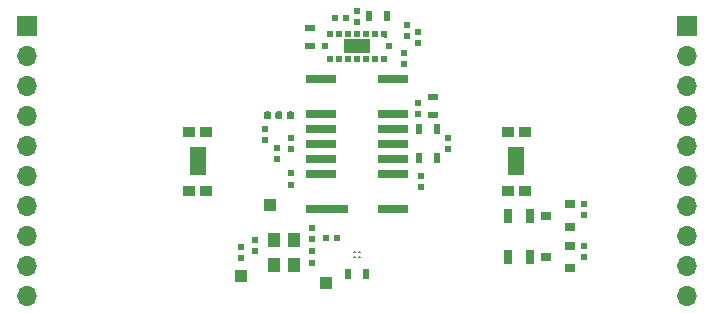
<source format=gbs>
G04 #@! TF.GenerationSoftware,KiCad,Pcbnew,5.1.5+dfsg1-2build2*
G04 #@! TF.CreationDate,2021-12-17T15:29:28+01:00*
G04 #@! TF.ProjectId,teebeutel_thermal_addon,74656562-6575-4746-956c-5f746865726d,rev?*
G04 #@! TF.SameCoordinates,Original*
G04 #@! TF.FileFunction,Soldermask,Bot*
G04 #@! TF.FilePolarity,Negative*
%FSLAX46Y46*%
G04 Gerber Fmt 4.6, Leading zero omitted, Abs format (unit mm)*
G04 Created by KiCad (PCBNEW 5.1.5+dfsg1-2build2) date 2021-12-17 15:29:28*
%MOMM*%
%LPD*%
G04 APERTURE LIST*
%ADD10R,1.400000X2.400000*%
%ADD11R,1.100000X0.950000*%
%ADD12R,0.700000X1.300000*%
%ADD13R,0.600000X0.500000*%
%ADD14R,0.900000X0.800000*%
%ADD15R,1.000000X1.000000*%
%ADD16R,1.100000X1.300000*%
%ADD17R,0.500000X0.500000*%
%ADD18C,0.100000*%
%ADD19R,2.316000X1.200000*%
%ADD20R,2.600000X0.700000*%
%ADD21R,2.640000X0.800000*%
%ADD22R,3.600000X0.800000*%
%ADD23C,0.130000*%
%ADD24C,0.180000*%
%ADD25R,0.500000X0.600000*%
%ADD26R,0.900000X0.600000*%
%ADD27R,0.600000X0.900000*%
%ADD28O,1.700000X1.700000*%
%ADD29R,1.700000X1.700000*%
G04 APERTURE END LIST*
D10*
X86500000Y-91500000D03*
D11*
X85750000Y-88975000D03*
X87250000Y-94025000D03*
X87250000Y-88975000D03*
X85750000Y-94025000D03*
D10*
X113500000Y-91500000D03*
D11*
X112750000Y-88975000D03*
X114250000Y-94025000D03*
X114250000Y-88975000D03*
X112750000Y-94025000D03*
D12*
X114650000Y-96100000D03*
X112750000Y-96100000D03*
X114650000Y-99600000D03*
X112750000Y-99600000D03*
D13*
X119200000Y-96070000D03*
X119200000Y-95130000D03*
X119200000Y-99570000D03*
X119200000Y-98630000D03*
D14*
X116000000Y-96100000D03*
X118000000Y-97050000D03*
X118000000Y-95150000D03*
X116000000Y-99600000D03*
X118000000Y-100550000D03*
X118000000Y-98650000D03*
D13*
X105200000Y-86530000D03*
X105200000Y-87470000D03*
D15*
X90200000Y-101200000D03*
X92600000Y-95200000D03*
X97400000Y-101800000D03*
D16*
X94625000Y-100250000D03*
X94625000Y-98150000D03*
X92975000Y-98150000D03*
X92975000Y-100250000D03*
D17*
X99250000Y-82810000D03*
X97700000Y-80690000D03*
X98450000Y-82810000D03*
X100750000Y-80690000D03*
D18*
G36*
X102550000Y-81050000D02*
G01*
X102310000Y-81050000D01*
X102310000Y-80940000D01*
X102050000Y-80940000D01*
X102050000Y-80440000D01*
X102550000Y-80440000D01*
X102550000Y-81050000D01*
G37*
D17*
X99250000Y-80690000D03*
X102710000Y-81750000D03*
X102300000Y-82810000D03*
X101550000Y-82810000D03*
X100000000Y-80690000D03*
X100000000Y-82810000D03*
X97300000Y-81750000D03*
X101550000Y-80690000D03*
D19*
X100000000Y-81750000D03*
D17*
X97700000Y-82810000D03*
X98450000Y-80690000D03*
X100750000Y-82810000D03*
D20*
X103050000Y-92573000D03*
D21*
X103030000Y-95500000D03*
D20*
X103050000Y-91270000D03*
X103050000Y-90000000D03*
X103050000Y-88730000D03*
X103050000Y-87460000D03*
D21*
X103050000Y-84500000D03*
X96950000Y-84500000D03*
D20*
X96950000Y-87460000D03*
X96950000Y-88730000D03*
X96950000Y-90000000D03*
X96950000Y-91270000D03*
X96950000Y-92540000D03*
D22*
X97450000Y-95500000D03*
D23*
X100125000Y-98125000D03*
X100125000Y-97875000D03*
X99875000Y-97875000D03*
X99875000Y-98125000D03*
D24*
X99801213Y-99598787D02*
X99758787Y-99641213D01*
X100241213Y-99158787D02*
X100198787Y-99201213D01*
X99801213Y-99201213D02*
X99758787Y-99158787D01*
X100241213Y-99641213D02*
X100198787Y-99598787D01*
D13*
X96200000Y-100070000D03*
X96200000Y-99130000D03*
X107700000Y-90470000D03*
X107700000Y-89530000D03*
X94400000Y-89530000D03*
X94400000Y-90470000D03*
X104200000Y-80870000D03*
X104200000Y-79930000D03*
X104000000Y-82330000D03*
X104000000Y-83270000D03*
D25*
X98270000Y-98000000D03*
X97330000Y-98000000D03*
D13*
X93200000Y-91270000D03*
X93200000Y-90330000D03*
X105200000Y-80530000D03*
X105200000Y-81470000D03*
D25*
X98130000Y-79400000D03*
X99070000Y-79400000D03*
D13*
X94400000Y-92530000D03*
X94400000Y-93470000D03*
X92200000Y-88730000D03*
X92200000Y-89670000D03*
X90200000Y-99670000D03*
X90200000Y-98730000D03*
D18*
G36*
X94521958Y-87280710D02*
G01*
X94536276Y-87282834D01*
X94550317Y-87286351D01*
X94563946Y-87291228D01*
X94577031Y-87297417D01*
X94589447Y-87304858D01*
X94601073Y-87313481D01*
X94611798Y-87323202D01*
X94621519Y-87333927D01*
X94630142Y-87345553D01*
X94637583Y-87357969D01*
X94643772Y-87371054D01*
X94648649Y-87384683D01*
X94652166Y-87398724D01*
X94654290Y-87413042D01*
X94655000Y-87427500D01*
X94655000Y-87772500D01*
X94654290Y-87786958D01*
X94652166Y-87801276D01*
X94648649Y-87815317D01*
X94643772Y-87828946D01*
X94637583Y-87842031D01*
X94630142Y-87854447D01*
X94621519Y-87866073D01*
X94611798Y-87876798D01*
X94601073Y-87886519D01*
X94589447Y-87895142D01*
X94577031Y-87902583D01*
X94563946Y-87908772D01*
X94550317Y-87913649D01*
X94536276Y-87917166D01*
X94521958Y-87919290D01*
X94507500Y-87920000D01*
X94212500Y-87920000D01*
X94198042Y-87919290D01*
X94183724Y-87917166D01*
X94169683Y-87913649D01*
X94156054Y-87908772D01*
X94142969Y-87902583D01*
X94130553Y-87895142D01*
X94118927Y-87886519D01*
X94108202Y-87876798D01*
X94098481Y-87866073D01*
X94089858Y-87854447D01*
X94082417Y-87842031D01*
X94076228Y-87828946D01*
X94071351Y-87815317D01*
X94067834Y-87801276D01*
X94065710Y-87786958D01*
X94065000Y-87772500D01*
X94065000Y-87427500D01*
X94065710Y-87413042D01*
X94067834Y-87398724D01*
X94071351Y-87384683D01*
X94076228Y-87371054D01*
X94082417Y-87357969D01*
X94089858Y-87345553D01*
X94098481Y-87333927D01*
X94108202Y-87323202D01*
X94118927Y-87313481D01*
X94130553Y-87304858D01*
X94142969Y-87297417D01*
X94156054Y-87291228D01*
X94169683Y-87286351D01*
X94183724Y-87282834D01*
X94198042Y-87280710D01*
X94212500Y-87280000D01*
X94507500Y-87280000D01*
X94521958Y-87280710D01*
G37*
G36*
X92576958Y-87280710D02*
G01*
X92591276Y-87282834D01*
X92605317Y-87286351D01*
X92618946Y-87291228D01*
X92632031Y-87297417D01*
X92644447Y-87304858D01*
X92656073Y-87313481D01*
X92666798Y-87323202D01*
X92676519Y-87333927D01*
X92685142Y-87345553D01*
X92692583Y-87357969D01*
X92698772Y-87371054D01*
X92703649Y-87384683D01*
X92707166Y-87398724D01*
X92709290Y-87413042D01*
X92710000Y-87427500D01*
X92710000Y-87772500D01*
X92709290Y-87786958D01*
X92707166Y-87801276D01*
X92703649Y-87815317D01*
X92698772Y-87828946D01*
X92692583Y-87842031D01*
X92685142Y-87854447D01*
X92676519Y-87866073D01*
X92666798Y-87876798D01*
X92656073Y-87886519D01*
X92644447Y-87895142D01*
X92632031Y-87902583D01*
X92618946Y-87908772D01*
X92605317Y-87913649D01*
X92591276Y-87917166D01*
X92576958Y-87919290D01*
X92562500Y-87920000D01*
X92267500Y-87920000D01*
X92253042Y-87919290D01*
X92238724Y-87917166D01*
X92224683Y-87913649D01*
X92211054Y-87908772D01*
X92197969Y-87902583D01*
X92185553Y-87895142D01*
X92173927Y-87886519D01*
X92163202Y-87876798D01*
X92153481Y-87866073D01*
X92144858Y-87854447D01*
X92137417Y-87842031D01*
X92131228Y-87828946D01*
X92126351Y-87815317D01*
X92122834Y-87801276D01*
X92120710Y-87786958D01*
X92120000Y-87772500D01*
X92120000Y-87427500D01*
X92120710Y-87413042D01*
X92122834Y-87398724D01*
X92126351Y-87384683D01*
X92131228Y-87371054D01*
X92137417Y-87357969D01*
X92144858Y-87345553D01*
X92153481Y-87333927D01*
X92163202Y-87323202D01*
X92173927Y-87313481D01*
X92185553Y-87304858D01*
X92197969Y-87297417D01*
X92211054Y-87291228D01*
X92224683Y-87286351D01*
X92238724Y-87282834D01*
X92253042Y-87280710D01*
X92267500Y-87280000D01*
X92562500Y-87280000D01*
X92576958Y-87280710D01*
G37*
G36*
X93546958Y-87280710D02*
G01*
X93561276Y-87282834D01*
X93575317Y-87286351D01*
X93588946Y-87291228D01*
X93602031Y-87297417D01*
X93614447Y-87304858D01*
X93626073Y-87313481D01*
X93636798Y-87323202D01*
X93646519Y-87333927D01*
X93655142Y-87345553D01*
X93662583Y-87357969D01*
X93668772Y-87371054D01*
X93673649Y-87384683D01*
X93677166Y-87398724D01*
X93679290Y-87413042D01*
X93680000Y-87427500D01*
X93680000Y-87772500D01*
X93679290Y-87786958D01*
X93677166Y-87801276D01*
X93673649Y-87815317D01*
X93668772Y-87828946D01*
X93662583Y-87842031D01*
X93655142Y-87854447D01*
X93646519Y-87866073D01*
X93636798Y-87876798D01*
X93626073Y-87886519D01*
X93614447Y-87895142D01*
X93602031Y-87902583D01*
X93588946Y-87908772D01*
X93575317Y-87913649D01*
X93561276Y-87917166D01*
X93546958Y-87919290D01*
X93532500Y-87920000D01*
X93237500Y-87920000D01*
X93223042Y-87919290D01*
X93208724Y-87917166D01*
X93194683Y-87913649D01*
X93181054Y-87908772D01*
X93167969Y-87902583D01*
X93155553Y-87895142D01*
X93143927Y-87886519D01*
X93133202Y-87876798D01*
X93123481Y-87866073D01*
X93114858Y-87854447D01*
X93107417Y-87842031D01*
X93101228Y-87828946D01*
X93096351Y-87815317D01*
X93092834Y-87801276D01*
X93090710Y-87786958D01*
X93090000Y-87772500D01*
X93090000Y-87427500D01*
X93090710Y-87413042D01*
X93092834Y-87398724D01*
X93096351Y-87384683D01*
X93101228Y-87371054D01*
X93107417Y-87357969D01*
X93114858Y-87345553D01*
X93123481Y-87333927D01*
X93133202Y-87323202D01*
X93143927Y-87313481D01*
X93155553Y-87304858D01*
X93167969Y-87297417D01*
X93181054Y-87291228D01*
X93194683Y-87286351D01*
X93208724Y-87282834D01*
X93223042Y-87280710D01*
X93237500Y-87280000D01*
X93532500Y-87280000D01*
X93546958Y-87280710D01*
G37*
D26*
X106400000Y-86050000D03*
X106400000Y-87550000D03*
D27*
X102550000Y-79200000D03*
X101050000Y-79200000D03*
D13*
X105400000Y-93670000D03*
X105400000Y-92730000D03*
X100000000Y-78730000D03*
X100000000Y-79670000D03*
D27*
X106750000Y-91200000D03*
X105250000Y-91200000D03*
D26*
X96000000Y-80250000D03*
X96000000Y-81750000D03*
D27*
X106750000Y-88800000D03*
X105250000Y-88800000D03*
X99250000Y-101000000D03*
X100750000Y-101000000D03*
D13*
X96200000Y-97130000D03*
X96200000Y-98070000D03*
X91400000Y-98130000D03*
X91400000Y-99070000D03*
D28*
X127940000Y-102860000D03*
X127940000Y-100320000D03*
X127940000Y-97780000D03*
X127940000Y-95240000D03*
X127940000Y-92700000D03*
X127940000Y-90160000D03*
X127940000Y-87620000D03*
X127940000Y-85080000D03*
X127940000Y-82540000D03*
D29*
X127940000Y-80000000D03*
D28*
X72060000Y-102860000D03*
X72060000Y-100320000D03*
X72060000Y-97780000D03*
X72060000Y-95240000D03*
X72060000Y-92700000D03*
X72060000Y-90160000D03*
X72060000Y-87620000D03*
X72060000Y-85080000D03*
X72060000Y-82540000D03*
D29*
X72060000Y-80000000D03*
M02*

</source>
